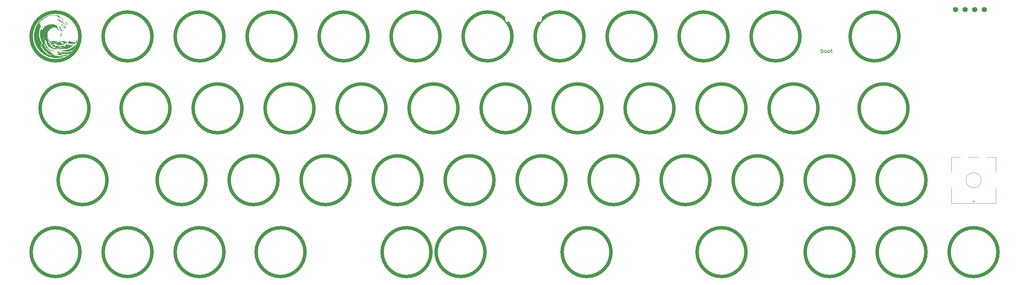
<source format=gbr>
%TF.GenerationSoftware,KiCad,Pcbnew,(7.0.0)*%
%TF.CreationDate,2024-01-20T18:02:58+01:00*%
%TF.ProjectId,oceanographer EC,6f636561-6e6f-4677-9261-706865722045,rev?*%
%TF.SameCoordinates,Original*%
%TF.FileFunction,Legend,Top*%
%TF.FilePolarity,Positive*%
%FSLAX46Y46*%
G04 Gerber Fmt 4.6, Leading zero omitted, Abs format (unit mm)*
G04 Created by KiCad (PCBNEW (7.0.0)) date 2024-01-20 18:02:58*
%MOMM*%
%LPD*%
G01*
G04 APERTURE LIST*
%ADD10C,0.150000*%
%ADD11C,0.900000*%
%ADD12C,0.120000*%
%ADD13C,2.200000*%
%ADD14C,1.397000*%
%ADD15C,0.650000*%
%ADD16O,1.000000X1.600000*%
%ADD17O,1.000000X2.100000*%
%ADD18O,1.700000X1.700000*%
%ADD19R,1.700000X1.700000*%
G04 APERTURE END LIST*
D10*
X229576488Y-55929880D02*
X229576488Y-54929880D01*
X229576488Y-55310833D02*
X229671726Y-55263214D01*
X229671726Y-55263214D02*
X229862202Y-55263214D01*
X229862202Y-55263214D02*
X229957440Y-55310833D01*
X229957440Y-55310833D02*
X230005059Y-55358452D01*
X230005059Y-55358452D02*
X230052678Y-55453690D01*
X230052678Y-55453690D02*
X230052678Y-55739404D01*
X230052678Y-55739404D02*
X230005059Y-55834642D01*
X230005059Y-55834642D02*
X229957440Y-55882261D01*
X229957440Y-55882261D02*
X229862202Y-55929880D01*
X229862202Y-55929880D02*
X229671726Y-55929880D01*
X229671726Y-55929880D02*
X229576488Y-55882261D01*
X230624107Y-55929880D02*
X230528869Y-55882261D01*
X230528869Y-55882261D02*
X230481250Y-55834642D01*
X230481250Y-55834642D02*
X230433631Y-55739404D01*
X230433631Y-55739404D02*
X230433631Y-55453690D01*
X230433631Y-55453690D02*
X230481250Y-55358452D01*
X230481250Y-55358452D02*
X230528869Y-55310833D01*
X230528869Y-55310833D02*
X230624107Y-55263214D01*
X230624107Y-55263214D02*
X230766964Y-55263214D01*
X230766964Y-55263214D02*
X230862202Y-55310833D01*
X230862202Y-55310833D02*
X230909821Y-55358452D01*
X230909821Y-55358452D02*
X230957440Y-55453690D01*
X230957440Y-55453690D02*
X230957440Y-55739404D01*
X230957440Y-55739404D02*
X230909821Y-55834642D01*
X230909821Y-55834642D02*
X230862202Y-55882261D01*
X230862202Y-55882261D02*
X230766964Y-55929880D01*
X230766964Y-55929880D02*
X230624107Y-55929880D01*
X231528869Y-55929880D02*
X231433631Y-55882261D01*
X231433631Y-55882261D02*
X231386012Y-55834642D01*
X231386012Y-55834642D02*
X231338393Y-55739404D01*
X231338393Y-55739404D02*
X231338393Y-55453690D01*
X231338393Y-55453690D02*
X231386012Y-55358452D01*
X231386012Y-55358452D02*
X231433631Y-55310833D01*
X231433631Y-55310833D02*
X231528869Y-55263214D01*
X231528869Y-55263214D02*
X231671726Y-55263214D01*
X231671726Y-55263214D02*
X231766964Y-55310833D01*
X231766964Y-55310833D02*
X231814583Y-55358452D01*
X231814583Y-55358452D02*
X231862202Y-55453690D01*
X231862202Y-55453690D02*
X231862202Y-55739404D01*
X231862202Y-55739404D02*
X231814583Y-55834642D01*
X231814583Y-55834642D02*
X231766964Y-55882261D01*
X231766964Y-55882261D02*
X231671726Y-55929880D01*
X231671726Y-55929880D02*
X231528869Y-55929880D01*
X232147917Y-55263214D02*
X232528869Y-55263214D01*
X232290774Y-54929880D02*
X232290774Y-55787023D01*
X232290774Y-55787023D02*
X232338393Y-55882261D01*
X232338393Y-55882261D02*
X232433631Y-55929880D01*
X232433631Y-55929880D02*
X232528869Y-55929880D01*
D11*
%TO.C,SW_EC24*%
X252529500Y-70643750D02*
G75*
G03*
X252529500Y-70643750I-6467000J0D01*
G01*
%TO.C,SW_EC28*%
X104892000Y-89693750D02*
G75*
G03*
X104892000Y-89693750I-6467000J0D01*
G01*
%TO.C,SW_EC47*%
X276342000Y-108743750D02*
G75*
G03*
X276342000Y-108743750I-6467000J0D01*
G01*
%TO.C,SW_EC37*%
X33454500Y-108743750D02*
G75*
G03*
X33454500Y-108743750I-6467000J0D01*
G01*
%TO.C,SW_EC26*%
X66792000Y-89693750D02*
G75*
G03*
X66792000Y-89693750I-6467000J0D01*
G01*
%TO.C,SW_EC4*%
X90604500Y-51593750D02*
G75*
G03*
X90604500Y-51593750I-6467000J0D01*
G01*
%TO.C,SW_EC6*%
X128704500Y-51593750D02*
G75*
G03*
X128704500Y-51593750I-6467000J0D01*
G01*
%TO.C,SW_EC12*%
X250148250Y-51593750D02*
G75*
G03*
X250148250Y-51593750I-6467000J0D01*
G01*
%TO.C,SW_EC19*%
X152517000Y-70643750D02*
G75*
G03*
X152517000Y-70643750I-6467000J0D01*
G01*
%TO.C,SW_EC11*%
X223954500Y-51593750D02*
G75*
G03*
X223954500Y-51593750I-6467000J0D01*
G01*
%TO.C,SW_EC18*%
X133467000Y-70643750D02*
G75*
G03*
X133467000Y-70643750I-6467000J0D01*
G01*
%TO.C,SW_EC46*%
X257292000Y-108743750D02*
G75*
G03*
X257292000Y-108743750I-6467000J0D01*
G01*
%TO.C,SW_EC38*%
X52504500Y-108743750D02*
G75*
G03*
X52504500Y-108743750I-6467000J0D01*
G01*
%TO.C,SW_EC27*%
X85842000Y-89693750D02*
G75*
G03*
X85842000Y-89693750I-6467000J0D01*
G01*
%TO.C,SW_EC29*%
X123942000Y-89693750D02*
G75*
G03*
X123942000Y-89693750I-6467000J0D01*
G01*
%TO.C,SW_EC16*%
X95367000Y-70643750D02*
G75*
G03*
X95367000Y-70643750I-6467000J0D01*
G01*
%TO.C,SW_EC17*%
X114417000Y-70643750D02*
G75*
G03*
X114417000Y-70643750I-6467000J0D01*
G01*
%TO.C,G\u002A\u002A\u002A*%
G36*
X25526030Y-54790670D02*
G01*
X25555678Y-54816136D01*
X25596179Y-54853494D01*
X25632237Y-54888161D01*
X25704471Y-54952024D01*
X25797971Y-55024264D01*
X25907844Y-55101730D01*
X26029197Y-55181272D01*
X26157136Y-55259739D01*
X26286767Y-55333981D01*
X26413198Y-55400846D01*
X26477132Y-55432167D01*
X26541958Y-55466329D01*
X26601880Y-55504000D01*
X26651821Y-55541340D01*
X26686703Y-55574510D01*
X26701449Y-55599672D01*
X26701625Y-55601917D01*
X26693002Y-55610597D01*
X26675264Y-55603863D01*
X26663027Y-55590394D01*
X26644556Y-55578686D01*
X26605156Y-55564635D01*
X26552083Y-55550667D01*
X26530100Y-55545939D01*
X26399798Y-55512350D01*
X26268601Y-55465202D01*
X26140786Y-55407056D01*
X26020629Y-55340475D01*
X25912406Y-55268020D01*
X25820391Y-55192253D01*
X25748862Y-55115736D01*
X25708071Y-55053412D01*
X25681392Y-55011787D01*
X25641287Y-54961022D01*
X25595670Y-54911000D01*
X25587854Y-54903201D01*
X25538102Y-54851052D01*
X25508554Y-54812465D01*
X25500037Y-54788768D01*
X25511914Y-54781257D01*
X25526030Y-54790670D01*
G37*
G36*
X28184704Y-51450523D02*
G01*
X28270546Y-51450523D01*
X28281185Y-51470565D01*
X28309987Y-51484899D01*
X28316819Y-51487443D01*
X28382075Y-51502950D01*
X28451549Y-51505978D01*
X28514017Y-51496730D01*
X28547191Y-51483286D01*
X28591248Y-51441833D01*
X28624537Y-51379718D01*
X28646675Y-51302912D01*
X28657277Y-51217386D01*
X28655960Y-51129113D01*
X28642341Y-51044064D01*
X28616037Y-50968211D01*
X28583641Y-50915703D01*
X28549674Y-50873727D01*
X28528348Y-50908556D01*
X28511525Y-50935703D01*
X28484062Y-50979672D01*
X28450564Y-51033101D01*
X28431953Y-51062712D01*
X28366922Y-51172279D01*
X28317668Y-51268689D01*
X28285380Y-51349353D01*
X28271243Y-51411682D01*
X28271093Y-51413489D01*
X28270546Y-51450523D01*
X28184704Y-51450523D01*
X28178185Y-51436900D01*
X28161720Y-51382153D01*
X28159722Y-51361929D01*
X28168552Y-51314905D01*
X28195240Y-51245863D01*
X28239812Y-51154754D01*
X28302292Y-51041528D01*
X28382705Y-50906136D01*
X28420109Y-50845420D01*
X28543194Y-50647400D01*
X28589049Y-50709630D01*
X28664164Y-50835203D01*
X28714462Y-50972632D01*
X28738930Y-51117949D01*
X28736559Y-51267182D01*
X28734810Y-51282148D01*
X28714756Y-51387966D01*
X28682824Y-51469397D01*
X28636334Y-51529119D01*
X28572605Y-51569813D01*
X28488958Y-51594157D01*
X28413725Y-51603149D01*
X28353642Y-51605694D01*
X28313841Y-51602532D01*
X28286416Y-51592714D01*
X28277222Y-51586771D01*
X28241538Y-51549930D01*
X28206658Y-51496399D01*
X28184704Y-51450523D01*
G37*
G36*
X29672178Y-48017630D02*
G01*
X29789076Y-48017630D01*
X29793826Y-48039153D01*
X29806382Y-48080101D01*
X29824199Y-48133251D01*
X29844732Y-48191382D01*
X29865437Y-48247269D01*
X29883770Y-48293691D01*
X29895955Y-48321043D01*
X29924167Y-48366821D01*
X29959282Y-48410010D01*
X29994938Y-48443970D01*
X30024771Y-48462061D01*
X30032382Y-48463418D01*
X30058264Y-48453618D01*
X30085801Y-48431257D01*
X30122721Y-48379338D01*
X30138470Y-48321182D01*
X30134910Y-48249064D01*
X30132793Y-48236383D01*
X30120094Y-48183622D01*
X30100237Y-48145977D01*
X30065779Y-48109980D01*
X30060235Y-48105066D01*
X30011554Y-48069443D01*
X29956400Y-48038923D01*
X29934869Y-48029953D01*
X29883049Y-48014764D01*
X29836846Y-48007082D01*
X29803225Y-48007497D01*
X29789149Y-48016596D01*
X29789076Y-48017630D01*
X29672178Y-48017630D01*
X29661948Y-47990571D01*
X29651336Y-47964962D01*
X29617578Y-47888172D01*
X29742635Y-47894507D01*
X29819232Y-47901111D01*
X29881238Y-47914555D01*
X29935696Y-47938390D01*
X29989644Y-47976165D01*
X30050124Y-48031431D01*
X30085834Y-48067580D01*
X30161614Y-48154825D01*
X30210698Y-48233293D01*
X30233099Y-48304399D01*
X30228831Y-48369556D01*
X30197909Y-48430175D01*
X30140346Y-48487672D01*
X30090300Y-48522996D01*
X30050938Y-48545980D01*
X30019822Y-48560646D01*
X30008942Y-48563474D01*
X29988420Y-48555359D01*
X29954598Y-48534526D01*
X29929551Y-48516544D01*
X29869371Y-48461533D01*
X29818822Y-48393302D01*
X29774865Y-48306824D01*
X29734462Y-48197071D01*
X29732220Y-48190065D01*
X29708791Y-48119180D01*
X29684152Y-48049300D01*
X29672178Y-48017630D01*
G37*
G36*
X22245523Y-48243213D02*
G01*
X22545767Y-48243213D01*
X22552267Y-48259164D01*
X22569890Y-48263305D01*
X22617408Y-48252503D01*
X22678577Y-48219640D01*
X22754639Y-48164033D01*
X22764130Y-48156366D01*
X22821445Y-48114904D01*
X22875487Y-48085154D01*
X22920914Y-48069372D01*
X22952382Y-48069813D01*
X22958998Y-48074106D01*
X22971813Y-48104477D01*
X22974184Y-48154788D01*
X22966818Y-48218656D01*
X22950424Y-48289699D01*
X22927605Y-48356846D01*
X22904731Y-48422084D01*
X22886086Y-48489742D01*
X22875247Y-48546588D01*
X22874526Y-48553246D01*
X22871515Y-48602681D01*
X22875459Y-48634213D01*
X22888580Y-48658132D01*
X22900022Y-48671247D01*
X22932535Y-48695297D01*
X22980131Y-48718875D01*
X23012828Y-48730673D01*
X23059769Y-48746323D01*
X23096962Y-48761293D01*
X23111848Y-48769348D01*
X23125839Y-48789154D01*
X23128986Y-48821199D01*
X23120622Y-48867672D01*
X23100079Y-48930763D01*
X23066688Y-49012661D01*
X23019782Y-49115555D01*
X22982707Y-49192727D01*
X22941496Y-49278023D01*
X22903765Y-49357540D01*
X22871643Y-49426677D01*
X22847261Y-49480833D01*
X22832747Y-49515404D01*
X22830566Y-49521483D01*
X22822976Y-49552403D01*
X22811844Y-49608030D01*
X22797742Y-49684782D01*
X22781239Y-49779075D01*
X22762906Y-49887328D01*
X22743314Y-50005957D01*
X22723034Y-50131380D01*
X22702635Y-50260014D01*
X22682690Y-50388276D01*
X22663769Y-50512583D01*
X22646441Y-50629353D01*
X22631278Y-50735003D01*
X22618851Y-50825950D01*
X22609730Y-50898612D01*
X22606369Y-50929091D01*
X22603593Y-50990878D01*
X22604888Y-51074544D01*
X22609782Y-51173744D01*
X22617805Y-51282132D01*
X22628483Y-51393363D01*
X22641344Y-51501092D01*
X22655918Y-51598973D01*
X22656392Y-51601779D01*
X22682045Y-51737557D01*
X22712686Y-51868449D01*
X22749780Y-51998401D01*
X22794795Y-52131361D01*
X22849197Y-52271277D01*
X22914454Y-52422096D01*
X22992032Y-52587765D01*
X23083399Y-52772233D01*
X23112946Y-52830320D01*
X23175679Y-52954727D01*
X23229207Y-53064387D01*
X23272486Y-53157029D01*
X23304468Y-53230383D01*
X23324108Y-53282175D01*
X23328983Y-53299327D01*
X23347468Y-53381928D01*
X23261431Y-53470534D01*
X23186936Y-53552237D01*
X23133415Y-53624403D01*
X23097949Y-53693188D01*
X23077616Y-53764747D01*
X23069497Y-53845236D01*
X23069000Y-53876132D01*
X23078825Y-53990259D01*
X23106715Y-54119130D01*
X23150426Y-54257365D01*
X23207717Y-54399586D01*
X23276345Y-54540416D01*
X23354068Y-54674475D01*
X23438643Y-54796384D01*
X23468184Y-54833651D01*
X23541406Y-54921908D01*
X23624244Y-55020396D01*
X23713124Y-55124980D01*
X23804475Y-55231525D01*
X23894723Y-55335898D01*
X23980298Y-55433962D01*
X24057627Y-55521582D01*
X24123138Y-55594625D01*
X24164538Y-55639680D01*
X24381292Y-55856186D01*
X24605850Y-56050825D01*
X24836095Y-56222070D01*
X25069909Y-56368393D01*
X25305177Y-56488268D01*
X25393746Y-56526255D01*
X25459968Y-56551315D01*
X25537389Y-56577688D01*
X25619817Y-56603584D01*
X25701058Y-56627212D01*
X25774919Y-56646783D01*
X25835207Y-56660506D01*
X25875729Y-56666591D01*
X25879734Y-56666734D01*
X25896242Y-56665038D01*
X25895298Y-56658142D01*
X25874393Y-56644021D01*
X25831018Y-56620647D01*
X25808265Y-56608990D01*
X25655076Y-56526671D01*
X25502434Y-56435353D01*
X25347773Y-56333105D01*
X25188527Y-56217994D01*
X25022132Y-56088086D01*
X24846023Y-55941449D01*
X24657634Y-55776149D01*
X24454400Y-55590255D01*
X24446480Y-55582880D01*
X24296623Y-55438393D01*
X24150263Y-55287910D01*
X24008899Y-55133524D01*
X23874030Y-54977329D01*
X23747154Y-54821419D01*
X23629769Y-54667888D01*
X23523375Y-54518831D01*
X23429468Y-54376340D01*
X23349549Y-54242510D01*
X23285114Y-54119436D01*
X23237664Y-54009210D01*
X23208695Y-53913927D01*
X23199655Y-53840568D01*
X23210503Y-53778562D01*
X23238909Y-53712977D01*
X23278672Y-53656126D01*
X23304854Y-53631737D01*
X23331983Y-53616203D01*
X23368438Y-53605627D01*
X23421121Y-53598528D01*
X23478672Y-53594408D01*
X23537723Y-53590313D01*
X23585302Y-53585622D01*
X23614673Y-53581071D01*
X23620580Y-53578941D01*
X23617885Y-53563821D01*
X23605266Y-53527335D01*
X23584522Y-53474188D01*
X23557452Y-53409086D01*
X23541507Y-53372149D01*
X23428354Y-53106315D01*
X23321895Y-52842511D01*
X23223507Y-52584565D01*
X23134568Y-52336305D01*
X23056456Y-52101560D01*
X23045463Y-52065297D01*
X23735649Y-52065297D01*
X23738254Y-52097599D01*
X23751087Y-52132655D01*
X23776099Y-52180050D01*
X23807895Y-52229573D01*
X23808170Y-52229960D01*
X23863982Y-52317056D01*
X23918499Y-52419815D01*
X23973041Y-52541224D01*
X24028927Y-52684269D01*
X24087477Y-52851939D01*
X24100811Y-52892318D01*
X24219468Y-53231843D01*
X24345851Y-53547386D01*
X24481983Y-53842980D01*
X24629886Y-54122655D01*
X24791584Y-54390443D01*
X24969098Y-54650375D01*
X25012610Y-54709788D01*
X25060796Y-54769607D01*
X25126375Y-54843591D01*
X25204969Y-54927380D01*
X25292199Y-55016612D01*
X25383688Y-55106925D01*
X25475057Y-55193957D01*
X25561929Y-55273347D01*
X25639924Y-55340734D01*
X25672475Y-55367179D01*
X25730173Y-55413801D01*
X25780997Y-55456659D01*
X25819964Y-55491427D01*
X25842090Y-55513775D01*
X25843766Y-55515955D01*
X25869903Y-55557314D01*
X25891845Y-55599578D01*
X25905775Y-55634516D01*
X25907873Y-55653898D01*
X25907807Y-55654008D01*
X25892181Y-55654177D01*
X25856865Y-55643865D01*
X25807680Y-55625501D01*
X25750444Y-55601510D01*
X25690977Y-55574322D01*
X25635097Y-55546361D01*
X25592841Y-55522640D01*
X25526459Y-55477901D01*
X25444864Y-55415686D01*
X25352142Y-55339610D01*
X25252379Y-55253287D01*
X25149660Y-55160332D01*
X25048073Y-55064359D01*
X24951702Y-54968982D01*
X24867864Y-54881313D01*
X24752192Y-54748563D01*
X24634732Y-54599707D01*
X24523184Y-54445047D01*
X24425248Y-54294890D01*
X24406716Y-54264193D01*
X24356711Y-54177129D01*
X24302548Y-54077858D01*
X24246999Y-53971920D01*
X24192831Y-53864855D01*
X24142815Y-53762206D01*
X24099721Y-53669511D01*
X24066318Y-53592314D01*
X24050753Y-53552062D01*
X24018470Y-53472032D01*
X23988852Y-53420082D01*
X23961993Y-53396367D01*
X23953605Y-53394763D01*
X23946900Y-53407232D01*
X23946119Y-53439112D01*
X23950124Y-53482112D01*
X23957781Y-53527940D01*
X23967954Y-53568304D01*
X23979507Y-53594913D01*
X23981346Y-53597270D01*
X23995466Y-53626251D01*
X23996469Y-53658129D01*
X23985550Y-53681887D01*
X23971518Y-53687785D01*
X23949799Y-53676065D01*
X23936086Y-53655898D01*
X23914153Y-53625232D01*
X23887763Y-53613397D01*
X23868088Y-53621119D01*
X23866300Y-53640190D01*
X23873638Y-53678696D01*
X23887913Y-53729817D01*
X23906933Y-53786736D01*
X23928508Y-53842635D01*
X23950449Y-53890696D01*
X23960682Y-53909338D01*
X23978857Y-53937887D01*
X24009916Y-53984703D01*
X24050374Y-54044616D01*
X24096749Y-54112454D01*
X24129197Y-54159479D01*
X24183295Y-54240155D01*
X24238480Y-54326916D01*
X24289503Y-54411215D01*
X24331112Y-54484507D01*
X24344377Y-54509676D01*
X24411355Y-54630709D01*
X24486871Y-54746511D01*
X24573285Y-54859539D01*
X24672956Y-54972250D01*
X24788241Y-55087101D01*
X24921501Y-55206549D01*
X25075094Y-55333052D01*
X25251379Y-55469067D01*
X25300837Y-55506007D01*
X25473874Y-55632150D01*
X25628227Y-55739622D01*
X25765758Y-55829630D01*
X25888327Y-55903380D01*
X25997797Y-55962078D01*
X26025991Y-55975807D01*
X26111583Y-56016525D01*
X26209008Y-56062898D01*
X26304316Y-56108285D01*
X26362242Y-56135884D01*
X26436156Y-56172546D01*
X26486077Y-56200555D01*
X26511052Y-56219330D01*
X26512327Y-56227379D01*
X26477299Y-56236877D01*
X26415954Y-56238086D01*
X26329311Y-56231082D01*
X26218390Y-56215943D01*
X26102645Y-56196163D01*
X26024519Y-56182209D01*
X25956732Y-56170833D01*
X25904034Y-56162773D01*
X25871178Y-56158768D01*
X25862441Y-56158839D01*
X25869347Y-56170088D01*
X25893149Y-56193162D01*
X25918259Y-56214485D01*
X26030265Y-56295291D01*
X26165108Y-56375922D01*
X26317123Y-56453978D01*
X26480644Y-56527057D01*
X26650008Y-56592759D01*
X26819549Y-56648683D01*
X26983603Y-56692427D01*
X27101850Y-56716170D01*
X27156318Y-56724204D01*
X27234645Y-56734243D01*
X27332214Y-56745798D01*
X27444407Y-56758378D01*
X27566605Y-56771494D01*
X27694189Y-56784655D01*
X27822542Y-56797372D01*
X27947044Y-56809154D01*
X28063078Y-56819511D01*
X28123853Y-56824605D01*
X28200795Y-56829258D01*
X28294923Y-56832391D01*
X28401702Y-56834087D01*
X28516595Y-56834429D01*
X28635065Y-56833501D01*
X28752575Y-56831387D01*
X28864590Y-56828170D01*
X28966573Y-56823935D01*
X29053987Y-56818764D01*
X29122296Y-56812743D01*
X29166962Y-56805953D01*
X29169622Y-56805318D01*
X29208079Y-56793602D01*
X29259426Y-56775138D01*
X29317640Y-56752455D01*
X29376697Y-56728077D01*
X29430575Y-56704533D01*
X29473252Y-56684347D01*
X29498704Y-56670048D01*
X29503203Y-56665383D01*
X29489521Y-56664199D01*
X29450918Y-56663123D01*
X29391059Y-56662199D01*
X29313609Y-56661470D01*
X29222236Y-56660979D01*
X29120605Y-56660769D01*
X29113699Y-56660767D01*
X28973105Y-56660131D01*
X28852632Y-56657881D01*
X28745849Y-56653365D01*
X28646326Y-56645929D01*
X28547633Y-56634922D01*
X28443338Y-56619690D01*
X28327012Y-56599581D01*
X28192223Y-56573941D01*
X28122445Y-56560149D01*
X27977147Y-56530668D01*
X27857224Y-56504909D01*
X27759849Y-56481916D01*
X27682196Y-56460732D01*
X27621437Y-56440403D01*
X27574745Y-56419973D01*
X27539293Y-56398485D01*
X27512254Y-56374985D01*
X27490801Y-56348516D01*
X27489099Y-56346032D01*
X27468246Y-56310253D01*
X27465322Y-56288115D01*
X27471576Y-56278295D01*
X27492924Y-56270416D01*
X27538303Y-56262815D01*
X27603159Y-56256105D01*
X27670371Y-56251551D01*
X27739885Y-56247737D01*
X27798893Y-56244408D01*
X27841615Y-56241894D01*
X27862269Y-56240531D01*
X27862992Y-56240460D01*
X27874373Y-56227605D01*
X27866576Y-56194239D01*
X27839813Y-56140862D01*
X27828809Y-56123242D01*
X28167741Y-56123242D01*
X28175381Y-56136227D01*
X28203012Y-56160243D01*
X28245855Y-56192049D01*
X28299133Y-56228403D01*
X28358066Y-56266064D01*
X28417876Y-56301790D01*
X28473784Y-56332341D01*
X28482599Y-56336809D01*
X28579964Y-56379784D01*
X28687426Y-56417923D01*
X28790941Y-56446454D01*
X28827517Y-56454002D01*
X28860055Y-56457142D01*
X28916573Y-56459607D01*
X28992471Y-56461323D01*
X29083149Y-56462214D01*
X29184006Y-56462207D01*
X29281647Y-56461345D01*
X29411736Y-56459215D01*
X29518387Y-56456361D01*
X29606747Y-56452459D01*
X29681962Y-56447185D01*
X29749179Y-56440218D01*
X29813546Y-56431233D01*
X29846251Y-56425886D01*
X29941152Y-56409337D01*
X30014117Y-56394942D01*
X30071451Y-56380436D01*
X30119462Y-56363551D01*
X30164455Y-56342023D01*
X30212739Y-56313586D01*
X30270618Y-56275972D01*
X30279009Y-56270402D01*
X30339016Y-56229856D01*
X30377296Y-56201981D01*
X30396433Y-56184405D01*
X30399010Y-56174756D01*
X30387643Y-56170667D01*
X30364138Y-56171170D01*
X30316567Y-56174818D01*
X30249227Y-56181187D01*
X30166416Y-56189852D01*
X30072431Y-56200386D01*
X29995782Y-56209429D01*
X29813796Y-56230811D01*
X29656653Y-56247994D01*
X29520956Y-56261226D01*
X29403310Y-56270752D01*
X29300316Y-56276819D01*
X29208579Y-56279673D01*
X29124701Y-56279561D01*
X29058676Y-56277394D01*
X28922333Y-56267737D01*
X28799933Y-56251120D01*
X28680318Y-56225384D01*
X28552328Y-56188373D01*
X28487420Y-56166916D01*
X28398458Y-56139573D01*
X28318159Y-56120565D01*
X28250718Y-56110466D01*
X28200329Y-56109850D01*
X28171187Y-56119288D01*
X28167741Y-56123242D01*
X27828809Y-56123242D01*
X27794293Y-56067975D01*
X27784377Y-56053195D01*
X27717889Y-55954692D01*
X27665612Y-55876377D01*
X27625529Y-55814902D01*
X27595624Y-55766918D01*
X27573881Y-55729077D01*
X27558284Y-55698032D01*
X27546816Y-55670433D01*
X27537592Y-55643346D01*
X27527430Y-55596598D01*
X27521196Y-55538701D01*
X27518950Y-55477706D01*
X27520750Y-55421665D01*
X27526657Y-55378627D01*
X27535491Y-55357708D01*
X27551682Y-55356814D01*
X27581622Y-55374096D01*
X27626403Y-55410456D01*
X27687119Y-55466797D01*
X27764862Y-55544020D01*
X27780803Y-55560263D01*
X27847669Y-55627224D01*
X27904560Y-55679619D01*
X27957817Y-55721561D01*
X28013784Y-55757162D01*
X28078803Y-55790536D01*
X28159217Y-55825795D01*
X28242085Y-55859394D01*
X28369164Y-55903269D01*
X28481929Y-55928366D01*
X28577815Y-55934185D01*
X28610360Y-55931079D01*
X28655959Y-55918128D01*
X28678562Y-55894469D01*
X28679083Y-55857073D01*
X28658438Y-55802909D01*
X28652583Y-55791221D01*
X28632562Y-55748829D01*
X28619650Y-55714845D01*
X28616988Y-55702157D01*
X28628109Y-55681877D01*
X28662087Y-55673387D01*
X28719840Y-55676689D01*
X28802289Y-55691785D01*
X28848933Y-55702733D01*
X28979957Y-55733138D01*
X29098253Y-55755736D01*
X29213815Y-55771892D01*
X29336636Y-55782969D01*
X29476710Y-55790332D01*
X29496054Y-55791063D01*
X29818530Y-55792042D01*
X30124367Y-55770625D01*
X30415023Y-55726543D01*
X30691959Y-55659528D01*
X30956633Y-55569311D01*
X31144504Y-55487907D01*
X31278015Y-55419435D01*
X31386675Y-55351877D01*
X31474014Y-55282720D01*
X31543563Y-55209449D01*
X31553734Y-55196582D01*
X31585109Y-55154527D01*
X31608157Y-55121190D01*
X31618493Y-55102962D01*
X31618676Y-55101955D01*
X31628818Y-55086148D01*
X31642282Y-55074463D01*
X31656741Y-55057325D01*
X31649328Y-55046967D01*
X31631150Y-55048804D01*
X31624193Y-55059079D01*
X31604854Y-55076159D01*
X31579797Y-55081426D01*
X31552217Y-55088265D01*
X31507510Y-55106640D01*
X31453036Y-55133336D01*
X31420522Y-55150995D01*
X31253314Y-55241672D01*
X31092290Y-55322071D01*
X30941040Y-55390615D01*
X30803158Y-55445727D01*
X30682235Y-55485831D01*
X30621857Y-55501465D01*
X30508321Y-55522817D01*
X30373333Y-55541275D01*
X30223920Y-55556413D01*
X30067111Y-55567804D01*
X29909934Y-55575022D01*
X29759417Y-55577641D01*
X29622588Y-55575234D01*
X29517494Y-55568470D01*
X29358473Y-55550650D01*
X29217513Y-55528227D01*
X29087677Y-55499131D01*
X28962022Y-55461292D01*
X28833609Y-55412639D01*
X28695497Y-55351103D01*
X28552666Y-55280702D01*
X28462118Y-55235277D01*
X28370826Y-55190766D01*
X28285169Y-55150186D01*
X28211521Y-55116552D01*
X28156260Y-55092883D01*
X28152441Y-55091358D01*
X27921310Y-55014669D01*
X27686576Y-54965962D01*
X27449603Y-54945440D01*
X27223199Y-54952277D01*
X27137197Y-54958407D01*
X27055852Y-54960810D01*
X26973474Y-54959131D01*
X26884374Y-54953010D01*
X26782862Y-54942092D01*
X26663250Y-54926018D01*
X26559805Y-54910604D01*
X26332183Y-54864048D01*
X26122927Y-54796553D01*
X25929974Y-54707176D01*
X25751261Y-54594976D01*
X25598702Y-54471736D01*
X25474812Y-54357948D01*
X25372765Y-54259450D01*
X25291221Y-54174805D01*
X25228838Y-54102577D01*
X25184275Y-54041331D01*
X25164117Y-54006507D01*
X25130299Y-53945959D01*
X25094989Y-53892534D01*
X25061700Y-53850568D01*
X25033945Y-53824394D01*
X25015236Y-53818345D01*
X25012890Y-53819930D01*
X25007906Y-53842884D01*
X25014641Y-53884222D01*
X25030966Y-53937321D01*
X25054755Y-53995553D01*
X25083878Y-54052294D01*
X25091750Y-54065481D01*
X25122333Y-54118715D01*
X25149234Y-54171887D01*
X25164484Y-54207913D01*
X25183586Y-54251738D01*
X25211918Y-54305379D01*
X25235160Y-54344143D01*
X25269053Y-54399560D01*
X25302624Y-54458299D01*
X25320681Y-54492231D01*
X25345229Y-54535550D01*
X25369378Y-54570112D01*
X25380552Y-54582042D01*
X25400555Y-54605993D01*
X25420153Y-54640276D01*
X25434788Y-54675037D01*
X25439901Y-54700417D01*
X25437923Y-54706110D01*
X25417648Y-54708647D01*
X25387399Y-54695413D01*
X25356096Y-54672096D01*
X25332656Y-54644382D01*
X25328637Y-54636419D01*
X25304087Y-54599474D01*
X25273810Y-54574682D01*
X25247317Y-54558600D01*
X25222540Y-54537343D01*
X25197215Y-54507516D01*
X25169080Y-54465727D01*
X25135871Y-54408580D01*
X25095325Y-54332681D01*
X25045180Y-54234637D01*
X25039206Y-54222802D01*
X24884630Y-53893565D01*
X24833894Y-53766150D01*
X24964604Y-53766150D01*
X24976793Y-53787193D01*
X24993712Y-53794988D01*
X25006255Y-53784010D01*
X25004810Y-53766401D01*
X24991425Y-53740768D01*
X24972729Y-53742470D01*
X24968301Y-53746357D01*
X24964604Y-53766150D01*
X24833894Y-53766150D01*
X24756066Y-53570699D01*
X24653762Y-53254964D01*
X24577964Y-52947120D01*
X24529351Y-52651488D01*
X24519389Y-52571781D01*
X24507584Y-52480361D01*
X24496088Y-52393823D01*
X24493222Y-52372760D01*
X24483582Y-52302348D01*
X24474204Y-52233766D01*
X24466548Y-52177696D01*
X24463913Y-52158353D01*
X24457746Y-52118012D01*
X24452490Y-52102773D01*
X24445965Y-52109322D01*
X24440423Y-52122619D01*
X24423003Y-52182038D01*
X24406873Y-52264083D01*
X24392937Y-52362794D01*
X24382101Y-52472211D01*
X24377803Y-52534601D01*
X24373125Y-52608801D01*
X24368487Y-52659751D01*
X24362714Y-52692762D01*
X24354633Y-52713145D01*
X24343069Y-52726214D01*
X24334027Y-52732716D01*
X24293424Y-52747276D01*
X24266588Y-52746188D01*
X24238811Y-52727481D01*
X24200725Y-52683190D01*
X24152897Y-52614167D01*
X24095895Y-52521267D01*
X24030285Y-52405343D01*
X23988710Y-52328265D01*
X23927617Y-52215489D01*
X23875139Y-52123243D01*
X23832042Y-52052755D01*
X23799090Y-52005249D01*
X23777047Y-51981952D01*
X23771229Y-51979681D01*
X23753734Y-51992356D01*
X23740990Y-52024056D01*
X23735649Y-52065297D01*
X23045463Y-52065297D01*
X22990549Y-51884158D01*
X22944532Y-51713392D01*
X22911205Y-51576343D01*
X22911205Y-51576342D01*
X24757674Y-51576342D01*
X24770569Y-51834728D01*
X24808224Y-52100941D01*
X24869101Y-52371609D01*
X24951660Y-52643357D01*
X25054359Y-52912813D01*
X25175659Y-53176602D01*
X25314019Y-53431352D01*
X25467900Y-53673689D01*
X25635760Y-53900239D01*
X25816061Y-54107629D01*
X25991351Y-54278384D01*
X26082544Y-54354755D01*
X26183796Y-54430945D01*
X26287699Y-54501904D01*
X26386847Y-54562583D01*
X26473832Y-54607933D01*
X26476800Y-54609287D01*
X26530214Y-54631430D01*
X26591436Y-54653611D01*
X26654263Y-54673993D01*
X26712490Y-54690739D01*
X26759913Y-54702012D01*
X26790330Y-54705976D01*
X26797647Y-54704293D01*
X26798856Y-54685710D01*
X26788067Y-54654883D01*
X26770353Y-54622497D01*
X26750787Y-54599239D01*
X26746324Y-54596172D01*
X26731922Y-54580951D01*
X26733817Y-54572775D01*
X26750860Y-54573063D01*
X26770558Y-54585997D01*
X26802984Y-54604832D01*
X26826315Y-54609732D01*
X26864752Y-54615333D01*
X26922315Y-54630626D01*
X26992162Y-54653350D01*
X27067452Y-54681242D01*
X27141343Y-54712040D01*
X27156905Y-54719060D01*
X27216507Y-54743845D01*
X27292942Y-54772025D01*
X27375389Y-54799755D01*
X27437753Y-54818843D01*
X27525514Y-54842758D01*
X27598642Y-54858416D01*
X27669198Y-54867788D01*
X27749245Y-54872842D01*
X27773656Y-54873709D01*
X27873585Y-54879248D01*
X27954725Y-54890614D01*
X28026716Y-54910594D01*
X28099196Y-54941972D01*
X28181801Y-54987533D01*
X28195322Y-54995561D01*
X28397018Y-55104768D01*
X28593432Y-55187337D01*
X28787797Y-55243921D01*
X28983345Y-55275170D01*
X29183308Y-55281738D01*
X29390920Y-55264275D01*
X29468005Y-55252258D01*
X29831777Y-55175192D01*
X30196439Y-55070521D01*
X30560100Y-54939093D01*
X30920873Y-54781753D01*
X31276867Y-54599351D01*
X31626194Y-54392732D01*
X31966964Y-54162745D01*
X32076076Y-54082719D01*
X32167901Y-54013123D01*
X32238933Y-53957057D01*
X32292025Y-53911985D01*
X32330032Y-53875374D01*
X32355809Y-53844690D01*
X32370063Y-53821711D01*
X32385898Y-53782386D01*
X32405380Y-53720697D01*
X32427147Y-53642428D01*
X32449836Y-53553360D01*
X32472083Y-53459274D01*
X32492526Y-53365953D01*
X32509802Y-53279179D01*
X32522547Y-53204734D01*
X32529400Y-53148400D01*
X32529667Y-53144622D01*
X32536979Y-53068634D01*
X32547142Y-53020322D01*
X32557992Y-53001308D01*
X32570748Y-52976701D01*
X32568491Y-52962082D01*
X32554309Y-52945331D01*
X32539974Y-52952195D01*
X32533476Y-52978695D01*
X32522973Y-53001772D01*
X32496193Y-53032452D01*
X32476622Y-53049736D01*
X32448371Y-53076758D01*
X32407416Y-53121591D01*
X32358163Y-53179143D01*
X32305018Y-53244326D01*
X32273542Y-53284402D01*
X32199927Y-53374696D01*
X32107479Y-53480036D01*
X31999252Y-53597077D01*
X31878297Y-53722470D01*
X31826541Y-53774710D01*
X31617490Y-53977696D01*
X31418745Y-54156587D01*
X31227637Y-54312762D01*
X31041499Y-54447600D01*
X30857661Y-54562479D01*
X30673455Y-54658777D01*
X30486212Y-54737874D01*
X30293262Y-54801148D01*
X30091938Y-54849977D01*
X29879570Y-54885740D01*
X29653490Y-54909815D01*
X29624841Y-54912019D01*
X29524911Y-54917361D01*
X29404098Y-54920522D01*
X29268400Y-54921620D01*
X29123812Y-54920772D01*
X28976332Y-54918096D01*
X28831958Y-54913711D01*
X28696685Y-54907732D01*
X28576510Y-54900279D01*
X28477432Y-54891468D01*
X28457060Y-54889116D01*
X28144722Y-54844336D01*
X27845262Y-54788252D01*
X27560812Y-54721539D01*
X27293504Y-54644870D01*
X27045470Y-54558918D01*
X26818843Y-54464357D01*
X26615755Y-54361859D01*
X26438339Y-54252098D01*
X26437190Y-54251304D01*
X26331411Y-54171440D01*
X26216606Y-54071730D01*
X26091792Y-53951177D01*
X25955985Y-53808785D01*
X25808201Y-53643560D01*
X25773265Y-53602471D01*
X25945990Y-53602471D01*
X25951039Y-53615603D01*
X25969754Y-53643653D01*
X25988043Y-53667740D01*
X26021670Y-53704509D01*
X26060704Y-53734478D01*
X26108477Y-53758484D01*
X26168324Y-53777362D01*
X26243577Y-53791948D01*
X26337570Y-53803078D01*
X26453636Y-53811588D01*
X26587275Y-53818002D01*
X26667421Y-53821991D01*
X26738113Y-53826978D01*
X26794157Y-53832480D01*
X26830356Y-53838016D01*
X26840989Y-53841555D01*
X26851607Y-53865043D01*
X26857667Y-53912741D01*
X26858856Y-53955383D01*
X26866645Y-54045370D01*
X26889135Y-54115027D01*
X26925012Y-54162752D01*
X26972959Y-54186939D01*
X27031663Y-54185985D01*
X27045081Y-54182487D01*
X27107181Y-54169516D01*
X27162431Y-54168158D01*
X27203114Y-54178163D01*
X27216200Y-54188066D01*
X27233731Y-54204889D01*
X27245912Y-54204196D01*
X27253613Y-54183332D01*
X27257706Y-54139646D01*
X27259060Y-54070485D01*
X27259081Y-54057453D01*
X27259081Y-53905398D01*
X27380574Y-54022036D01*
X27502876Y-54129209D01*
X27634257Y-54223413D01*
X27779163Y-54307115D01*
X27942039Y-54382779D01*
X28127327Y-54452871D01*
X28202469Y-54477891D01*
X28363292Y-54526450D01*
X28506494Y-54562330D01*
X28639167Y-54587227D01*
X28688457Y-54594182D01*
X28749351Y-54600095D01*
X28820926Y-54604135D01*
X28896326Y-54606257D01*
X28968695Y-54606422D01*
X29031177Y-54604587D01*
X29076917Y-54600711D01*
X29095575Y-54596656D01*
X29106306Y-54589099D01*
X29095844Y-54581089D01*
X29061136Y-54570819D01*
X29045546Y-54567029D01*
X28920406Y-54534554D01*
X28777372Y-54492663D01*
X28624471Y-54443997D01*
X28469728Y-54391196D01*
X28321171Y-54336902D01*
X28195322Y-54287270D01*
X28034565Y-54219245D01*
X27900753Y-54158770D01*
X27793971Y-54105894D01*
X27714304Y-54060668D01*
X27661838Y-54023140D01*
X27636659Y-53993361D01*
X27638851Y-53971381D01*
X27645282Y-53966044D01*
X27684696Y-53953489D01*
X27736270Y-53959750D01*
X27803213Y-53985455D01*
X27840365Y-54004148D01*
X27938723Y-54052579D01*
X28025854Y-54085602D01*
X28112349Y-54106283D01*
X28208799Y-54117686D01*
X28239600Y-54119665D01*
X28343852Y-54121744D01*
X28441861Y-54114731D01*
X28532622Y-54100928D01*
X28635848Y-54084543D01*
X28719927Y-54076880D01*
X28792939Y-54077957D01*
X28862968Y-54087791D01*
X28921602Y-54101792D01*
X28973137Y-54115259D01*
X29007721Y-54120895D01*
X29035974Y-54118431D01*
X29068513Y-54107597D01*
X29093403Y-54097426D01*
X29148734Y-54076551D01*
X29191795Y-54067991D01*
X29228602Y-54073918D01*
X29265170Y-54096506D01*
X29307515Y-54137927D01*
X29354335Y-54191683D01*
X29419532Y-54264034D01*
X29475753Y-54315060D01*
X29527720Y-54348531D01*
X29573164Y-54366306D01*
X29597066Y-54372647D01*
X29610566Y-54372203D01*
X29613518Y-54360774D01*
X29605779Y-54334159D01*
X29587202Y-54288157D01*
X29568979Y-54245241D01*
X29548861Y-54191075D01*
X29537491Y-54138917D01*
X29532716Y-54076625D01*
X29532127Y-54037589D01*
X29534080Y-53961124D01*
X29542304Y-53908710D01*
X29559601Y-53876022D01*
X29588768Y-53858734D01*
X29632605Y-53852521D01*
X29652146Y-53852163D01*
X29714954Y-53844165D01*
X29762582Y-53817856D01*
X29799118Y-53769766D01*
X29826071Y-53704454D01*
X29845589Y-53653604D01*
X29867913Y-53607605D01*
X29878401Y-53590491D01*
X29898463Y-53564454D01*
X29912950Y-53559603D01*
X29932164Y-53573352D01*
X29935352Y-53576197D01*
X29956282Y-53599598D01*
X29987257Y-53639753D01*
X30022783Y-53689419D01*
X30036296Y-53709226D01*
X30076111Y-53766894D01*
X30117206Y-53823965D01*
X30152057Y-53870041D01*
X30158797Y-53878482D01*
X30195784Y-53916440D01*
X30243389Y-53955123D01*
X30293920Y-53989335D01*
X30339688Y-54013876D01*
X30373003Y-54023548D01*
X30373416Y-54023554D01*
X30386726Y-54012045D01*
X30385882Y-53979352D01*
X30371693Y-53928651D01*
X30344969Y-53863116D01*
X30318666Y-53809001D01*
X30281884Y-53730068D01*
X30263574Y-53671146D01*
X30263564Y-53630575D01*
X30281681Y-53606698D01*
X30296942Y-53600635D01*
X30320256Y-53599196D01*
X30345401Y-53609608D01*
X30378888Y-53635464D01*
X30407718Y-53661791D01*
X30519795Y-53756157D01*
X30633118Y-53827104D01*
X30755920Y-53878932D01*
X30892767Y-53915189D01*
X31024650Y-53932688D01*
X31170823Y-53935361D01*
X31321464Y-53923740D01*
X31466751Y-53898359D01*
X31535436Y-53880343D01*
X31617654Y-53845827D01*
X31697138Y-53790901D01*
X31776824Y-53713102D01*
X31859645Y-53609964D01*
X31863278Y-53604983D01*
X31899467Y-53556477D01*
X31931579Y-53515722D01*
X31954403Y-53489251D01*
X31959616Y-53484247D01*
X31972196Y-53465218D01*
X31969446Y-53455659D01*
X31955384Y-53455963D01*
X31951431Y-53462658D01*
X31932961Y-53474260D01*
X31890449Y-53480041D01*
X31869225Y-53480526D01*
X31818623Y-53484678D01*
X31753455Y-53495671D01*
X31686271Y-53511305D01*
X31673877Y-53514744D01*
X31600734Y-53535319D01*
X31543799Y-53549884D01*
X31493462Y-53560227D01*
X31440112Y-53568135D01*
X31374141Y-53575398D01*
X31319794Y-53580633D01*
X31144227Y-53586061D01*
X30966276Y-53571002D01*
X30825373Y-53543452D01*
X30723534Y-53510306D01*
X30619156Y-53463381D01*
X30517985Y-53406369D01*
X30425769Y-53342961D01*
X30348256Y-53276849D01*
X30291194Y-53211724D01*
X30278505Y-53192228D01*
X30256515Y-53163585D01*
X30232410Y-53156499D01*
X30217981Y-53158826D01*
X30178554Y-53172394D01*
X30119604Y-53198235D01*
X30046043Y-53233788D01*
X29962785Y-53276490D01*
X29874744Y-53323779D01*
X29786832Y-53373095D01*
X29703963Y-53421874D01*
X29653285Y-53453250D01*
X29442758Y-53577257D01*
X29240934Y-53676614D01*
X29052947Y-53749387D01*
X28863623Y-53802146D01*
X28657506Y-53842087D01*
X28443943Y-53867967D01*
X28232282Y-53878540D01*
X28097807Y-53876514D01*
X28012899Y-53873959D01*
X27923748Y-53873238D01*
X27841928Y-53874347D01*
X27787800Y-53876657D01*
X27727172Y-53881018D01*
X27688783Y-53885976D01*
X27666327Y-53893696D01*
X27653499Y-53906346D01*
X27644009Y-53926055D01*
X27627423Y-53954540D01*
X27606638Y-53960380D01*
X27596673Y-53958072D01*
X27555351Y-53938955D01*
X27512190Y-53904660D01*
X27464273Y-53852177D01*
X27408682Y-53778493D01*
X27373970Y-53728122D01*
X27333036Y-53668816D01*
X27295870Y-53617712D01*
X27266257Y-53579830D01*
X27247982Y-53560190D01*
X27246596Y-53559214D01*
X27224789Y-53554354D01*
X27179593Y-53550220D01*
X27116206Y-53547097D01*
X27039823Y-53545274D01*
X26987500Y-53544920D01*
X26896970Y-53545254D01*
X26828164Y-53546817D01*
X26774221Y-53550356D01*
X26728281Y-53556617D01*
X26683486Y-53566346D01*
X26632974Y-53580290D01*
X26615862Y-53585352D01*
X26505026Y-53611655D01*
X26384225Y-53628832D01*
X26262346Y-53636364D01*
X26148275Y-53633728D01*
X26050898Y-53620403D01*
X26044196Y-53618884D01*
X25996517Y-53608608D01*
X25961190Y-53602719D01*
X25945990Y-53602471D01*
X25773265Y-53602471D01*
X25647456Y-53454503D01*
X25633447Y-53437644D01*
X25501791Y-53271271D01*
X25384853Y-53106155D01*
X25280866Y-52938463D01*
X25210174Y-52805839D01*
X25353863Y-52805839D01*
X25362967Y-52851363D01*
X25377134Y-52897410D01*
X25401821Y-52937392D01*
X25440182Y-52973436D01*
X25495373Y-53007672D01*
X25570548Y-53042228D01*
X25668862Y-53079234D01*
X25733064Y-53101112D01*
X25835653Y-53132958D01*
X25937188Y-53159442D01*
X26041439Y-53180979D01*
X26152176Y-53197984D01*
X26273169Y-53210871D01*
X26408186Y-53220054D01*
X26560999Y-53225948D01*
X26735377Y-53228967D01*
X26901737Y-53229584D01*
X27082225Y-53228206D01*
X27238934Y-53224134D01*
X27376588Y-53216889D01*
X27499910Y-53205990D01*
X27613622Y-53190959D01*
X27722449Y-53171315D01*
X27831114Y-53146579D01*
X27902300Y-53127977D01*
X27969436Y-53109671D01*
X28034078Y-53092039D01*
X28085982Y-53077877D01*
X28102413Y-53073391D01*
X28158109Y-53060231D01*
X28215259Y-53049707D01*
X28226851Y-53048066D01*
X28265155Y-53044674D01*
X28285340Y-53051170D01*
X28297517Y-53072924D01*
X28302848Y-53088424D01*
X28326542Y-53133651D01*
X28368706Y-53176847D01*
X28432689Y-53220857D01*
X28504837Y-53260080D01*
X28555838Y-53287209D01*
X28585673Y-53307864D01*
X28599549Y-53326608D01*
X28602694Y-53345854D01*
X28597112Y-53385260D01*
X28588522Y-53408829D01*
X28583597Y-53429783D01*
X28596174Y-53451609D01*
X28620683Y-53474359D01*
X28688818Y-53521884D01*
X28754176Y-53544565D01*
X28821832Y-53542628D01*
X28896860Y-53516301D01*
X28947441Y-53488942D01*
X29010868Y-53455613D01*
X29063723Y-53440671D01*
X29116177Y-53442829D01*
X29176221Y-53460018D01*
X29251996Y-53478528D01*
X29328784Y-53482579D01*
X29396912Y-53472272D01*
X29432896Y-53457383D01*
X29461973Y-53436470D01*
X29475556Y-53418881D01*
X29475646Y-53416204D01*
X29461608Y-53407041D01*
X29425093Y-53391363D01*
X29370951Y-53371041D01*
X29304035Y-53347950D01*
X29269844Y-53336767D01*
X29126011Y-53287300D01*
X29005385Y-53238053D01*
X28902753Y-53186150D01*
X28812903Y-53128713D01*
X28730622Y-53062865D01*
X28670465Y-53005950D01*
X28545270Y-52880135D01*
X28356002Y-52928960D01*
X28229378Y-52959850D01*
X28084870Y-52992141D01*
X27931145Y-53024107D01*
X27776869Y-53054023D01*
X27630707Y-53080161D01*
X27501325Y-53100795D01*
X27473488Y-53104771D01*
X27382491Y-53114610D01*
X27270947Y-53122224D01*
X27144373Y-53127616D01*
X27008290Y-53130786D01*
X26868217Y-53131736D01*
X26729673Y-53130467D01*
X26598178Y-53126981D01*
X26479250Y-53121279D01*
X26378409Y-53113362D01*
X26308547Y-53104487D01*
X26172028Y-53078555D01*
X26026847Y-53044788D01*
X25879289Y-53005088D01*
X25735640Y-52961355D01*
X25602185Y-52915492D01*
X25485210Y-52869400D01*
X25399685Y-52829535D01*
X25353863Y-52805839D01*
X25210174Y-52805839D01*
X25188064Y-52764358D01*
X25104679Y-52580009D01*
X25028944Y-52381579D01*
X24959094Y-52165234D01*
X24893361Y-51927141D01*
X24843857Y-51724065D01*
X24822834Y-51634574D01*
X24803589Y-51554729D01*
X24787156Y-51488650D01*
X24774566Y-51440454D01*
X24766853Y-51414259D01*
X24765302Y-51410794D01*
X24762383Y-51421127D01*
X24759981Y-51454867D01*
X24758332Y-51506836D01*
X24757677Y-51571853D01*
X24757674Y-51576342D01*
X22911205Y-51576342D01*
X22885253Y-51457744D01*
X22865814Y-51350412D01*
X22852027Y-51247166D01*
X22843030Y-51140824D01*
X22837962Y-51024205D01*
X22835960Y-50890126D01*
X22835851Y-50807594D01*
X22837273Y-50662633D01*
X22841442Y-50540614D01*
X22849143Y-50435961D01*
X22861161Y-50343095D01*
X22878281Y-50256440D01*
X22901287Y-50170417D01*
X22930965Y-50079450D01*
X22943143Y-50045219D01*
X22972980Y-49971344D01*
X23010388Y-49891386D01*
X23051493Y-49812569D01*
X23092419Y-49742116D01*
X23129292Y-49687249D01*
X23146361Y-49666418D01*
X23187222Y-49632782D01*
X23235728Y-49608241D01*
X23284356Y-49594839D01*
X23325580Y-49594617D01*
X23351879Y-49609615D01*
X23352470Y-49610492D01*
X23356607Y-49630593D01*
X23360090Y-49673640D01*
X23362626Y-49733993D01*
X23363925Y-49806011D01*
X23364033Y-49834354D01*
X23364956Y-49925708D01*
X23367815Y-49990234D01*
X23372741Y-50029632D01*
X23379870Y-50045605D01*
X23380629Y-50045954D01*
X23404831Y-50040120D01*
X23431796Y-50011198D01*
X23457973Y-49963980D01*
X23475424Y-49917969D01*
X23497126Y-49862680D01*
X23531740Y-49790069D01*
X23575850Y-49706280D01*
X23626043Y-49617459D01*
X23678905Y-49529750D01*
X23731022Y-49449300D01*
X23754873Y-49414923D01*
X23868887Y-49270759D01*
X24003184Y-49127273D01*
X24150200Y-48991612D01*
X24302372Y-48870920D01*
X24404036Y-48801616D01*
X24621922Y-48679842D01*
X24858832Y-48577981D01*
X25112752Y-48496589D01*
X25381670Y-48436223D01*
X25663572Y-48397440D01*
X25923724Y-48381527D01*
X26073973Y-48379181D01*
X26202769Y-48381247D01*
X26316994Y-48388365D01*
X26423534Y-48401176D01*
X26529272Y-48420319D01*
X26641093Y-48446434D01*
X26652062Y-48449244D01*
X26851466Y-48511232D01*
X27026793Y-48588274D01*
X27178437Y-48680644D01*
X27306792Y-48788619D01*
X27412252Y-48912472D01*
X27483412Y-49028937D01*
X27535517Y-49140928D01*
X27573835Y-49251849D01*
X27600145Y-49369265D01*
X27616228Y-49500741D01*
X27622953Y-49621887D01*
X27626668Y-49691321D01*
X27632431Y-49748332D01*
X27639503Y-49786888D01*
X27644682Y-49799486D01*
X27674083Y-49818108D01*
X27721757Y-49832116D01*
X27777530Y-49839715D01*
X27831227Y-49839105D01*
X27850940Y-49835919D01*
X27912115Y-49808927D01*
X27968473Y-49760003D01*
X28013220Y-49695732D01*
X28027194Y-49665034D01*
X28044608Y-49601550D01*
X28050337Y-49528433D01*
X28044103Y-49441656D01*
X28025628Y-49337190D01*
X27996236Y-49216967D01*
X27977307Y-49142021D01*
X27962049Y-49073236D01*
X27951753Y-49017098D01*
X27947711Y-48980098D01*
X27947883Y-48973973D01*
X27951757Y-48947278D01*
X27961747Y-48933862D01*
X27985471Y-48929514D01*
X28027541Y-48929944D01*
X28120702Y-48946049D01*
X28210169Y-48986800D01*
X28292214Y-49048256D01*
X28363113Y-49126477D01*
X28419139Y-49217521D01*
X28456568Y-49317446D01*
X28470407Y-49398423D01*
X28470467Y-49476186D01*
X28457475Y-49562705D01*
X28447193Y-49606819D01*
X28423117Y-49733170D01*
X28417588Y-49846232D01*
X28425771Y-49919405D01*
X28437972Y-49952062D01*
X28463938Y-49970804D01*
X28486520Y-49978287D01*
X28568442Y-49992671D01*
X28633789Y-49986115D01*
X28680804Y-49958921D01*
X28728417Y-49896155D01*
X28770567Y-49811529D01*
X28805196Y-49711564D01*
X28830250Y-49602783D01*
X28843672Y-49491709D01*
X28845379Y-49436680D01*
X28835344Y-49298399D01*
X28807665Y-49151530D01*
X28764990Y-49005186D01*
X28709968Y-48868480D01*
X28646542Y-48752522D01*
X28597114Y-48673548D01*
X28563882Y-48612647D01*
X28545740Y-48565133D01*
X28541583Y-48526322D01*
X28550307Y-48491527D01*
X28570806Y-48456064D01*
X28575175Y-48449918D01*
X28618021Y-48399616D01*
X28659174Y-48373186D01*
X28705319Y-48367169D01*
X28729270Y-48370159D01*
X28796478Y-48390150D01*
X28875232Y-48425794D01*
X28957029Y-48472368D01*
X29033366Y-48525147D01*
X29082189Y-48566214D01*
X29144386Y-48631126D01*
X29190399Y-48696991D01*
X29223097Y-48770447D01*
X29245350Y-48858129D01*
X29260027Y-48966675D01*
X29261334Y-48980526D01*
X29270948Y-49075078D01*
X29281020Y-49146731D01*
X29292897Y-49201159D01*
X29307926Y-49244036D01*
X29327456Y-49281037D01*
X29335752Y-49293870D01*
X29367516Y-49330804D01*
X29403892Y-49358473D01*
X29437546Y-49372565D01*
X29461145Y-49368768D01*
X29461912Y-49368049D01*
X29474962Y-49342125D01*
X29487910Y-49294258D01*
X29499681Y-49231073D01*
X29509202Y-49159197D01*
X29515398Y-49085257D01*
X29517246Y-49026734D01*
X29508244Y-48883310D01*
X29479499Y-48746324D01*
X29429250Y-48610386D01*
X29355737Y-48470106D01*
X29313277Y-48402103D01*
X29186118Y-48228029D01*
X29048210Y-48079494D01*
X28897831Y-47954911D01*
X28733258Y-47852695D01*
X28695604Y-47833362D01*
X28638777Y-47807506D01*
X28561107Y-47775466D01*
X28468998Y-47739708D01*
X28368855Y-47702697D01*
X28267080Y-47666898D01*
X28234477Y-47655854D01*
X28141652Y-47624408D01*
X28055707Y-47594673D01*
X27981107Y-47568243D01*
X27922319Y-47546712D01*
X27883807Y-47531675D01*
X27873021Y-47526819D01*
X27837284Y-47498330D01*
X27808112Y-47458850D01*
X27806111Y-47454867D01*
X27794120Y-47426685D01*
X27790196Y-47402362D01*
X27792051Y-47390369D01*
X27906059Y-47390369D01*
X27919595Y-47413855D01*
X27943511Y-47433079D01*
X28010478Y-47470072D01*
X28091627Y-47499442D01*
X28172708Y-47516529D01*
X28206283Y-47518986D01*
X28274419Y-47520030D01*
X28239602Y-47452135D01*
X28211090Y-47407115D01*
X28170015Y-47354737D01*
X28125975Y-47307064D01*
X28085635Y-47268380D01*
X28058841Y-47246758D01*
X28038997Y-47238974D01*
X28019506Y-47241804D01*
X28004354Y-47247622D01*
X27948585Y-47281890D01*
X27916138Y-47330432D01*
X27908223Y-47358198D01*
X27906059Y-47390369D01*
X27792051Y-47390369D01*
X27794826Y-47372432D01*
X27808494Y-47327428D01*
X27813390Y-47312682D01*
X27827974Y-47262898D01*
X27836245Y-47222140D01*
X27836465Y-47199632D01*
X27816604Y-47178021D01*
X27779594Y-47156461D01*
X27736400Y-47140195D01*
X27700027Y-47134413D01*
X27648355Y-47144364D01*
X27593993Y-47169225D01*
X27548017Y-47202819D01*
X27524464Y-47232322D01*
X27504726Y-47294183D01*
X27508530Y-47361282D01*
X27536290Y-47437889D01*
X27546387Y-47457830D01*
X27571501Y-47506522D01*
X27592444Y-47549403D01*
X27603295Y-47573861D01*
X27610295Y-47595209D01*
X27603447Y-47598606D01*
X27577216Y-47586250D01*
X27574991Y-47585100D01*
X27511430Y-47544037D01*
X27458252Y-47494323D01*
X27423628Y-47443738D01*
X27421516Y-47438968D01*
X27403540Y-47360728D01*
X27410682Y-47278904D01*
X27440734Y-47198308D01*
X27491488Y-47123755D01*
X27560738Y-47060059D01*
X27609278Y-47029572D01*
X27667689Y-47009300D01*
X27742668Y-46998548D01*
X27823795Y-46997413D01*
X27900647Y-47005995D01*
X27962802Y-47024391D01*
X27966622Y-47026190D01*
X28003642Y-47050411D01*
X28055113Y-47092776D01*
X28117121Y-47149522D01*
X28185751Y-47216885D01*
X28257090Y-47291102D01*
X28327223Y-47368409D01*
X28351140Y-47395942D01*
X28426967Y-47476445D01*
X28496094Y-47531404D01*
X28562028Y-47561979D01*
X28628279Y-47569329D01*
X28698356Y-47554613D01*
X28755839Y-47529636D01*
X28808467Y-47498316D01*
X28841367Y-47464672D01*
X28858852Y-47420990D01*
X28865231Y-47359559D01*
X28865637Y-47333225D01*
X28856818Y-47244458D01*
X28828386Y-47160839D01*
X28778066Y-47077847D01*
X28703578Y-46990959D01*
X28682541Y-46969705D01*
X28573847Y-46870411D01*
X28460851Y-46784413D01*
X28339410Y-46709649D01*
X28205379Y-46644056D01*
X28054615Y-46585571D01*
X27882974Y-46532133D01*
X27716645Y-46488913D01*
X27589928Y-46456849D01*
X27491462Y-46428643D01*
X27421174Y-46404268D01*
X27378993Y-46383698D01*
X27364847Y-46366907D01*
X27366138Y-46362473D01*
X27398736Y-46334973D01*
X27458707Y-46313050D01*
X27545347Y-46296909D01*
X27614522Y-46289705D01*
X27710259Y-46279611D01*
X27780638Y-46266806D01*
X27824704Y-46251551D01*
X27841505Y-46234105D01*
X27840953Y-46228062D01*
X27820875Y-46206070D01*
X27776821Y-46181509D01*
X27713096Y-46155993D01*
X27634004Y-46131133D01*
X27543849Y-46108544D01*
X27494928Y-46098404D01*
X27365630Y-46074177D01*
X27252587Y-46054903D01*
X27149665Y-46040043D01*
X27050727Y-46029059D01*
X26949638Y-46021412D01*
X26840261Y-46016564D01*
X26716462Y-46013975D01*
X26572104Y-46013109D01*
X26522953Y-46013105D01*
X26392973Y-46013472D01*
X26286683Y-46014478D01*
X26199187Y-46016374D01*
X26125591Y-46019410D01*
X26060998Y-46023837D01*
X26000514Y-46029906D01*
X25939244Y-46037867D01*
X25886881Y-46045688D01*
X25530966Y-46113998D01*
X25187592Y-46206710D01*
X24855242Y-46324495D01*
X24532401Y-46468021D01*
X24217553Y-46637956D01*
X23909181Y-46834969D01*
X23628468Y-47041831D01*
X23385088Y-47245609D01*
X23156544Y-47464078D01*
X22938677Y-47701546D01*
X22727326Y-47962323D01*
X22682014Y-48022281D01*
X22621835Y-48104909D01*
X22579660Y-48167999D01*
X22554601Y-48213462D01*
X22545767Y-48243213D01*
X22245523Y-48243213D01*
X22462731Y-47929646D01*
X22703399Y-47628642D01*
X22960948Y-47349540D01*
X23234790Y-47093031D01*
X23524341Y-46859800D01*
X23792846Y-46673605D01*
X24110347Y-46485828D01*
X24444259Y-46320555D01*
X24792387Y-46178588D01*
X25152538Y-46060725D01*
X25522519Y-45967767D01*
X25900135Y-45900513D01*
X25921657Y-45897497D01*
X25972360Y-45891156D01*
X26024920Y-45886162D01*
X26082978Y-45882428D01*
X26150176Y-45879865D01*
X26230158Y-45878384D01*
X26326567Y-45877896D01*
X26443044Y-45878314D01*
X26583232Y-45879548D01*
X26636344Y-45880131D01*
X26778120Y-45881847D01*
X26895215Y-45883605D01*
X26991532Y-45885632D01*
X27070978Y-45888154D01*
X27137457Y-45891399D01*
X27194875Y-45895593D01*
X27247137Y-45900963D01*
X27298147Y-45907736D01*
X27351811Y-45916138D01*
X27401492Y-45924569D01*
X27545929Y-45951165D01*
X27665111Y-45977016D01*
X27762305Y-46003299D01*
X27840776Y-46031190D01*
X27903794Y-46061868D01*
X27954624Y-46096508D01*
X27996535Y-46136288D01*
X28000022Y-46140208D01*
X28032366Y-46186793D01*
X28043407Y-46233320D01*
X28033786Y-46287591D01*
X28015872Y-46332674D01*
X28000278Y-46372500D01*
X27999021Y-46400142D01*
X28015622Y-46420597D01*
X28053604Y-46438863D01*
X28102413Y-46455469D01*
X28180815Y-46485120D01*
X28272933Y-46527212D01*
X28369549Y-46577117D01*
X28461446Y-46630209D01*
X28502034Y-46656035D01*
X28648395Y-46766679D01*
X28771583Y-46889373D01*
X28869938Y-47022275D01*
X28925377Y-47125281D01*
X28954183Y-47208826D01*
X28970040Y-47299995D01*
X28972161Y-47389057D01*
X28959760Y-47466283D01*
X28954257Y-47482708D01*
X28928211Y-47529446D01*
X28886239Y-47583052D01*
X28836332Y-47634735D01*
X28786481Y-47675706D01*
X28768480Y-47687052D01*
X28753664Y-47698288D01*
X28751352Y-47711288D01*
X28764138Y-47728909D01*
X28794617Y-47754006D01*
X28845382Y-47789438D01*
X28885904Y-47816349D01*
X28983711Y-47887524D01*
X29086439Y-47974054D01*
X29185701Y-48068156D01*
X29273111Y-48162051D01*
X29318279Y-48217543D01*
X29420474Y-48374000D01*
X29504942Y-48549084D01*
X29570061Y-48737801D01*
X29614208Y-48935159D01*
X29635761Y-49136164D01*
X29637618Y-49200143D01*
X29637213Y-49271835D01*
X29633807Y-49321528D01*
X29626546Y-49355730D01*
X29614580Y-49380948D01*
X29613778Y-49382189D01*
X29576690Y-49426760D01*
X29531567Y-49454424D01*
X29471529Y-49468162D01*
X29408498Y-49471128D01*
X29340874Y-49467210D01*
X29290908Y-49452305D01*
X29250778Y-49421684D01*
X29212664Y-49370619D01*
X29195693Y-49342484D01*
X29172023Y-49296396D01*
X29153885Y-49246700D01*
X29139791Y-49187123D01*
X29128250Y-49111393D01*
X29117963Y-49015273D01*
X29106066Y-48907593D01*
X29092006Y-48823465D01*
X29074043Y-48757857D01*
X29050435Y-48705736D01*
X29019443Y-48662069D01*
X28983030Y-48625142D01*
X28901154Y-48561870D01*
X28818046Y-48521554D01*
X28724399Y-48499730D01*
X28720618Y-48499220D01*
X28676343Y-48494697D01*
X28653603Y-48496947D01*
X28645916Y-48507067D01*
X28645575Y-48511915D01*
X28651487Y-48532801D01*
X28667645Y-48573710D01*
X28691680Y-48629012D01*
X28721225Y-48693075D01*
X28725774Y-48702649D01*
X28792414Y-48849668D01*
X28843303Y-48980254D01*
X28880025Y-49100704D01*
X28904167Y-49217316D01*
X28917311Y-49336389D01*
X28921044Y-49464219D01*
X28920956Y-49478275D01*
X28912790Y-49636980D01*
X28890761Y-49771844D01*
X28853847Y-49884564D01*
X28801025Y-49976841D01*
X28731271Y-50050374D01*
X28643564Y-50106861D01*
X28536879Y-50148003D01*
X28514055Y-50154310D01*
X28467845Y-50165523D01*
X28438417Y-50168009D01*
X28414989Y-50160628D01*
X28386780Y-50142240D01*
X28384484Y-50140608D01*
X28333246Y-50095061D01*
X28296580Y-50039911D01*
X28273977Y-49972114D01*
X28264927Y-49888623D01*
X28268921Y-49786395D01*
X28285451Y-49662382D01*
X28295276Y-49606970D01*
X28313852Y-49501927D01*
X28325062Y-49419507D01*
X28328439Y-49354593D01*
X28323518Y-49302064D01*
X28309831Y-49256802D01*
X28286912Y-49213688D01*
X28255351Y-49168991D01*
X28214049Y-49117395D01*
X28182108Y-49085612D01*
X28153685Y-49069243D01*
X28122937Y-49063891D01*
X28115537Y-49063756D01*
X28094810Y-49075826D01*
X28088181Y-49112172D01*
X28095649Y-49173000D01*
X28114643Y-49249620D01*
X28143676Y-49374932D01*
X28154073Y-49485148D01*
X28146377Y-49586375D01*
X28145090Y-49593752D01*
X28114206Y-49705947D01*
X28066418Y-49802613D01*
X28004238Y-49881113D01*
X27930177Y-49938815D01*
X27846747Y-49973083D01*
X27775025Y-49981854D01*
X27690924Y-49969348D01*
X27620747Y-49931927D01*
X27564662Y-49869736D01*
X27522839Y-49782920D01*
X27514653Y-49757459D01*
X27458949Y-49611256D01*
X27384676Y-49486722D01*
X27292147Y-49384061D01*
X27181674Y-49303478D01*
X27053570Y-49245176D01*
X26908147Y-49209361D01*
X26745719Y-49196235D01*
X26658744Y-49198217D01*
X26513323Y-49212146D01*
X26375829Y-49238930D01*
X26238680Y-49280731D01*
X26094292Y-49339708D01*
X25994257Y-49387631D01*
X25787665Y-49505641D01*
X25596847Y-49643445D01*
X25423755Y-49798812D01*
X25270338Y-49969506D01*
X25138546Y-50153296D01*
X25030329Y-50347946D01*
X24947638Y-50551223D01*
X24930253Y-50606248D01*
X24892205Y-50754540D01*
X24868347Y-50899066D01*
X24858672Y-51045189D01*
X24863170Y-51198271D01*
X24881835Y-51363676D01*
X24914658Y-51546767D01*
X24928779Y-51612811D01*
X24976889Y-51821329D01*
X25024619Y-52010620D01*
X25071329Y-52178388D01*
X25116376Y-52322331D01*
X25159123Y-52440151D01*
X25159362Y-52440752D01*
X25191592Y-52521220D01*
X25216891Y-52580133D01*
X25239177Y-52622384D01*
X25262367Y-52652866D01*
X25290380Y-52676473D01*
X25327132Y-52698098D01*
X25376543Y-52722635D01*
X25390443Y-52729366D01*
X25519117Y-52785163D01*
X25635915Y-52820390D01*
X25747837Y-52835948D01*
X25861883Y-52832735D01*
X25985054Y-52811652D01*
X26001231Y-52807855D01*
X26126033Y-52780512D01*
X26245252Y-52760664D01*
X26367153Y-52747438D01*
X26500002Y-52739961D01*
X26652064Y-52737360D01*
X26668910Y-52737335D01*
X26943512Y-52737250D01*
X27118911Y-52837739D01*
X27215154Y-52891099D01*
X27294448Y-52930297D01*
X27363196Y-52957662D01*
X27427801Y-52975524D01*
X27494667Y-52986211D01*
X27537809Y-52990097D01*
X27574772Y-52991655D01*
X27614259Y-52990753D01*
X27659217Y-52986839D01*
X27712592Y-52979361D01*
X27777333Y-52967768D01*
X27856384Y-52951508D01*
X27952694Y-52930028D01*
X28069210Y-52902777D01*
X28208878Y-52869204D01*
X28294008Y-52848484D01*
X28649981Y-52761577D01*
X28688693Y-52809009D01*
X28706475Y-52828761D01*
X28725430Y-52842662D01*
X28749448Y-52850650D01*
X28782417Y-52852663D01*
X28828228Y-52848640D01*
X28890771Y-52838520D01*
X28973934Y-52822240D01*
X29065974Y-52803043D01*
X29293408Y-52755039D01*
X29524966Y-52887309D01*
X29666361Y-52965647D01*
X29785850Y-53026579D01*
X29883998Y-53070367D01*
X29961369Y-53097276D01*
X29987129Y-53103473D01*
X30022866Y-53104902D01*
X30072633Y-53096831D01*
X30139085Y-53078493D01*
X30224877Y-53049117D01*
X30332665Y-53007934D01*
X30374372Y-52991277D01*
X30511384Y-52938263D01*
X30626616Y-52898640D01*
X30723077Y-52871560D01*
X30803772Y-52856169D01*
X30868040Y-52851600D01*
X30908539Y-52853002D01*
X30944958Y-52858723D01*
X30984321Y-52871035D01*
X31033653Y-52892210D01*
X31099977Y-52924519D01*
X31111768Y-52930438D01*
X31334732Y-53028286D01*
X31559932Y-53098183D01*
X31789934Y-53140762D01*
X32027305Y-53156657D01*
X32027936Y-53156665D01*
X32108863Y-53157229D01*
X32166345Y-53156433D01*
X32205514Y-53153700D01*
X32231500Y-53148452D01*
X32249437Y-53140111D01*
X32261997Y-53130329D01*
X32299134Y-53089435D01*
X32345571Y-53025676D01*
X32399207Y-52942404D01*
X32457940Y-52842970D01*
X32519671Y-52730725D01*
X32555591Y-52661912D01*
X32593207Y-52590017D01*
X32626808Y-52528709D01*
X32654155Y-52481833D01*
X32673014Y-52453238D01*
X32680882Y-52446314D01*
X32687040Y-52467385D01*
X32690322Y-52512122D01*
X32690896Y-52575766D01*
X32688928Y-52653558D01*
X32684588Y-52740740D01*
X32678041Y-52832551D01*
X32669456Y-52924233D01*
X32661733Y-52990418D01*
X32603014Y-53339326D01*
X32517880Y-53677356D01*
X32406383Y-54004426D01*
X32268578Y-54320456D01*
X32104519Y-54625362D01*
X31914259Y-54919065D01*
X31697854Y-55201482D01*
X31455356Y-55472532D01*
X31186820Y-55732133D01*
X30892300Y-55980204D01*
X30571850Y-56216664D01*
X30482139Y-56277672D01*
X30118706Y-56505464D01*
X29751688Y-56705114D01*
X29380281Y-56876931D01*
X29003680Y-57021226D01*
X28621082Y-57138308D01*
X28231680Y-57228488D01*
X27855113Y-57289470D01*
X27784809Y-57296186D01*
X27690962Y-57301633D01*
X27578356Y-57305815D01*
X27451775Y-57308737D01*
X27316002Y-57310404D01*
X27175820Y-57310821D01*
X27036013Y-57309993D01*
X26901363Y-57307923D01*
X26776656Y-57304617D01*
X26666672Y-57300081D01*
X26576197Y-57294317D01*
X26515806Y-57288140D01*
X26086769Y-57217798D01*
X25674467Y-57124331D01*
X25278770Y-57007693D01*
X24899544Y-56867842D01*
X24536660Y-56704731D01*
X24189984Y-56518317D01*
X24124840Y-56479598D01*
X23791245Y-56261643D01*
X23471831Y-56019708D01*
X23168111Y-55755439D01*
X22881598Y-55470482D01*
X22613803Y-55166483D01*
X22366240Y-54845089D01*
X22140421Y-54507946D01*
X21937859Y-54156701D01*
X21869936Y-54025151D01*
X21706633Y-53668854D01*
X21570218Y-53305842D01*
X21460438Y-52935007D01*
X21377037Y-52555243D01*
X21319761Y-52165441D01*
X21288356Y-51764494D01*
X21281620Y-51465106D01*
X21294835Y-51057622D01*
X21334682Y-50659754D01*
X21401516Y-50269935D01*
X21495689Y-49886596D01*
X21617556Y-49508169D01*
X21767472Y-49133087D01*
X21847868Y-48957200D01*
X22034379Y-48594614D01*
X22239529Y-48251866D01*
X22245523Y-48243213D01*
G37*
%TO.C,SW_EC8*%
X166804500Y-51593750D02*
G75*
G03*
X166804500Y-51593750I-6467000J0D01*
G01*
%TO.C,SW_EC10*%
X204904500Y-51593750D02*
G75*
G03*
X204904500Y-51593750I-6467000J0D01*
G01*
%TO.C,SW_EC25*%
X40598250Y-89693750D02*
G75*
G03*
X40598250Y-89693750I-6467000J0D01*
G01*
%TO.C,SW_EC7*%
X147754500Y-51593750D02*
G75*
G03*
X147754500Y-51593750I-6467000J0D01*
G01*
%TO.C,SW_EC33*%
X200142000Y-89693750D02*
G75*
G03*
X200142000Y-89693750I-6467000J0D01*
G01*
%TO.C,SW_EC34*%
X219192000Y-89693750D02*
G75*
G03*
X219192000Y-89693750I-6467000J0D01*
G01*
%TO.C,SW_EC2*%
X52504500Y-51593750D02*
G75*
G03*
X52504500Y-51593750I-6467000J0D01*
G01*
%TO.C,SW_EC40*%
X92985750Y-108743750D02*
G75*
G03*
X92985750Y-108743750I-6467000J0D01*
G01*
%TO.C,SW_EC21*%
X190617000Y-70643750D02*
G75*
G03*
X190617000Y-70643750I-6467000J0D01*
G01*
%TO.C,SW_EC45*%
X238242000Y-108743750D02*
G75*
G03*
X238242000Y-108743750I-6467000J0D01*
G01*
%TO.C,SW_EC41*%
X126323250Y-108743750D02*
G75*
G03*
X126323250Y-108743750I-6467000J0D01*
G01*
%TO.C,SW_EC44*%
X209667000Y-108743750D02*
G75*
G03*
X209667000Y-108743750I-6467000J0D01*
G01*
%TO.C,SW_EC15*%
X76317000Y-70643750D02*
G75*
G03*
X76317000Y-70643750I-6467000J0D01*
G01*
%TO.C,SW_EC20*%
X171567000Y-70643750D02*
G75*
G03*
X171567000Y-70643750I-6467000J0D01*
G01*
D12*
%TO.C,SW2*%
X271875000Y-89693750D02*
G75*
G03*
X271875000Y-89693750I-2000000J0D01*
G01*
X275775000Y-91693750D02*
X275775000Y-95793750D01*
X275775000Y-83593750D02*
X275775000Y-87693750D01*
X273375000Y-83593750D02*
X275775000Y-83593750D01*
X270175000Y-95193750D02*
X269875000Y-95493750D01*
X269875000Y-95493750D02*
X269575000Y-95193750D01*
X269575000Y-95193750D02*
X270175000Y-95193750D01*
X268575000Y-83593750D02*
X271175000Y-83593750D01*
X263975000Y-95793750D02*
X275775000Y-95793750D01*
X263975000Y-91693750D02*
X263975000Y-95793750D01*
X263975000Y-87693750D02*
X263975000Y-83593750D01*
X263975000Y-83593750D02*
X266375000Y-83593750D01*
D11*
%TO.C,SW_EC30*%
X142992000Y-89693750D02*
G75*
G03*
X142992000Y-89693750I-6467000J0D01*
G01*
%TO.C,SW_EC3*%
X71554500Y-51593750D02*
G75*
G03*
X71554500Y-51593750I-6467000J0D01*
G01*
%TO.C,SW_EC5*%
X109654500Y-51593750D02*
G75*
G03*
X109654500Y-51593750I-6467000J0D01*
G01*
%TO.C,SW_EC43*%
X173948250Y-108743750D02*
G75*
G03*
X173948250Y-108743750I-6467000J0D01*
G01*
%TO.C,SW_EC31*%
X162042000Y-89693750D02*
G75*
G03*
X162042000Y-89693750I-6467000J0D01*
G01*
%TO.C,SW_EC32*%
X181092000Y-89693750D02*
G75*
G03*
X181092000Y-89693750I-6467000J0D01*
G01*
%TO.C,SW_EC36*%
X238242000Y-89693750D02*
G75*
G03*
X238242000Y-89693750I-6467000J0D01*
G01*
%TO.C,SW_EC39*%
X71554500Y-108743750D02*
G75*
G03*
X71554500Y-108743750I-6467000J0D01*
G01*
%TO.C,SW_EC22*%
X209667000Y-70643750D02*
G75*
G03*
X209667000Y-70643750I-6467000J0D01*
G01*
%TO.C,SW_EC13*%
X35835750Y-70643750D02*
G75*
G03*
X35835750Y-70643750I-6467000J0D01*
G01*
%TO.C,SW_EC14*%
X57267000Y-70643750D02*
G75*
G03*
X57267000Y-70643750I-6467000J0D01*
G01*
%TO.C,SW_EC9*%
X185854500Y-51593750D02*
G75*
G03*
X185854500Y-51593750I-6467000J0D01*
G01*
%TO.C,SW_EC42*%
X140610750Y-108743750D02*
G75*
G03*
X140610750Y-108743750I-6467000J0D01*
G01*
%TO.C,SW_EC23*%
X228717000Y-70643750D02*
G75*
G03*
X228717000Y-70643750I-6467000J0D01*
G01*
%TO.C,SW_EC1*%
X33454500Y-51593750D02*
G75*
G03*
X33454500Y-51593750I-6467000J0D01*
G01*
%TO.C,SW_EC35*%
X257292000Y-89693750D02*
G75*
G03*
X257292000Y-89693750I-6467000J0D01*
G01*
%TD*%
D13*
%TO.C,H16*%
X257968750Y-70643750D03*
%TD*%
%TO.C,H15*%
X260350000Y-108743750D03*
%TD*%
%TO.C,H6*%
X98425000Y-70643750D03*
%TD*%
%TO.C,H4*%
X253206250Y-51593750D03*
%TD*%
%TO.C,H5*%
X60325000Y-70643750D03*
%TD*%
%TO.C,H21*%
X127000000Y-89693750D03*
%TD*%
%TO.C,H14*%
X193675000Y-108743750D03*
%TD*%
%TO.C,H11*%
X260350000Y-89693750D03*
%TD*%
%TO.C,H8*%
X43656250Y-89693750D03*
%TD*%
%TO.C,H19*%
X136525000Y-70643750D03*
%TD*%
%TO.C,H18*%
X74612500Y-51593750D03*
%TD*%
%TO.C,H1*%
X36512500Y-51593750D03*
%TD*%
%TO.C,H22*%
X207962500Y-51593750D03*
%TD*%
%TO.C,H10*%
X165100000Y-89693750D03*
%TD*%
%TO.C,H12*%
X74612500Y-108743750D03*
%TD*%
%TO.C,H23*%
X174625000Y-70643750D03*
%TD*%
%TO.C,H7*%
X212725000Y-70643750D03*
%TD*%
%TO.C,H20*%
X36512500Y-108743750D03*
%TD*%
%TO.C,H3*%
X169862500Y-51593750D03*
%TD*%
%TO.C,H2*%
X131762500Y-51593750D03*
%TD*%
%TO.C,H13*%
X96043750Y-108743750D03*
%TD*%
%TO.C,H25*%
X203200000Y-89693750D03*
%TD*%
%TO.C,H24*%
X222250000Y-108743750D03*
%TD*%
%TO.C,H9*%
X88900000Y-89693750D03*
%TD*%
D14*
%TO.C,OL1*%
X265122500Y-44450000D03*
X267662500Y-44450000D03*
X270202500Y-44450000D03*
X272742500Y-44450000D03*
%TD*%
D13*
%TO.C,H17*%
X19843750Y-70643750D03*
%TD*%
%LPC*%
D15*
%TO.C,USB1*%
X147922500Y-46215000D03*
X153702500Y-46215000D03*
D16*
X146492499Y-42564999D03*
D17*
X146492499Y-46744999D03*
D16*
X155132499Y-42564999D03*
D17*
X155132499Y-46744999D03*
%TD*%
D13*
%TO.C,H16*%
X257968750Y-70643750D03*
%TD*%
%TO.C,H15*%
X260350000Y-108743750D03*
%TD*%
%TO.C,H6*%
X98425000Y-70643750D03*
%TD*%
%TO.C,H4*%
X253206250Y-51593750D03*
%TD*%
%TO.C,H5*%
X60325000Y-70643750D03*
%TD*%
%TO.C,H21*%
X127000000Y-89693750D03*
%TD*%
%TO.C,H14*%
X193675000Y-108743750D03*
%TD*%
%TO.C,H11*%
X260350000Y-89693750D03*
%TD*%
%TO.C,H8*%
X43656250Y-89693750D03*
%TD*%
%TO.C,H19*%
X136525000Y-70643750D03*
%TD*%
%TO.C,H18*%
X74612500Y-51593750D03*
%TD*%
%TO.C,H1*%
X36512500Y-51593750D03*
%TD*%
%TO.C,H22*%
X207962500Y-51593750D03*
%TD*%
%TO.C,H10*%
X165100000Y-89693750D03*
%TD*%
%TO.C,H12*%
X74612500Y-108743750D03*
%TD*%
%TO.C,H23*%
X174625000Y-70643750D03*
%TD*%
%TO.C,H7*%
X212725000Y-70643750D03*
%TD*%
%TO.C,H20*%
X36512500Y-108743750D03*
%TD*%
%TO.C,H3*%
X169862500Y-51593750D03*
%TD*%
%TO.C,H2*%
X131762500Y-51593750D03*
%TD*%
%TO.C,H13*%
X96043750Y-108743750D03*
%TD*%
%TO.C,H25*%
X203200000Y-89693750D03*
%TD*%
%TO.C,H24*%
X222250000Y-108743750D03*
%TD*%
%TO.C,H9*%
X88900000Y-89693750D03*
%TD*%
%TO.C,H17*%
X19843750Y-70643750D03*
%TD*%
D18*
%TO.C,SW1*%
X230981249Y-50328749D03*
D19*
X230981249Y-52868749D03*
%TD*%
M02*

</source>
